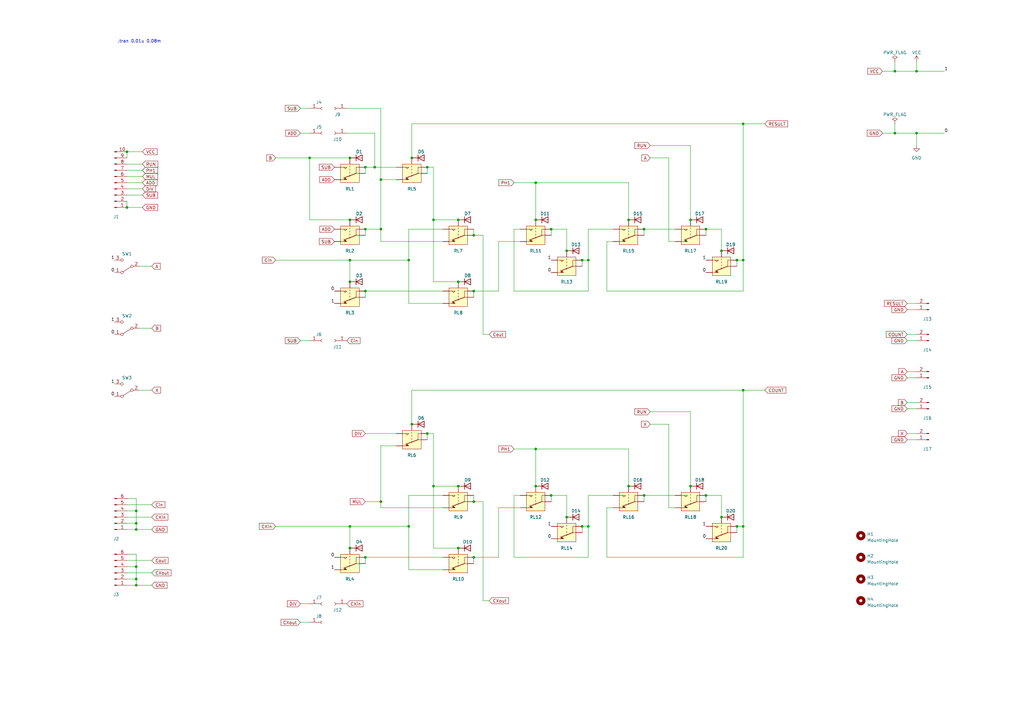
<source format=kicad_sch>
(kicad_sch (version 20230121) (generator eeschema)
  (paper "A3")
  (lib_symbols
    (symbol "Connector:Conn_01x01_Socket" (pin_names (offset 1.016) hide)
      (property "Reference" "J" (at 0 2.54 0))
      (property "Value" "Conn_01x01_Socket" (at 0 -2.54 0))
      (symbol "Conn_01x01_Socket_1_1"
        (pin passive line (at -5.08 0 0) (length 3.81) (name "Pin_1") (number "1"))
      )
    )
    (symbol "Connector:Conn_01x02_Pin" (pin_names (offset 1.016) hide)
      (property "Reference" "J" (at 0 2.54 0))
      (property "Value" "Conn_01x02_Pin" (at 0 -5.08 0))
      (symbol "Conn_01x02_Pin_1_1"
        (pin passive line (at 5.08 0 180) (length 3.81) (name "Pin_1") (number "1"))
        (pin passive line (at 5.08 -2.54 180) (length 3.81) (name "Pin_2") (number "2"))
      )
    )
    (symbol "Connector:Conn_01x06_Pin" (pin_names (offset 1.016) hide)
      (property "Reference" "J" (at 0 7.62 0))
      (property "Value" "Conn_01x06_Pin" (at 0 -10.16 0))
      (symbol "Conn_01x06_Pin_1_1"
        (pin passive line (at 5.08 5.08 180) (length 3.81) (name "Pin_1") (number "1"))
        (pin passive line (at 5.08 2.54 180) (length 3.81) (name "Pin_2") (number "2"))
        (pin passive line (at 5.08 0 180) (length 3.81) (name "Pin_3") (number "3"))
        (pin passive line (at 5.08 -2.54 180) (length 3.81) (name "Pin_4") (number "4"))
        (pin passive line (at 5.08 -5.08 180) (length 3.81) (name "Pin_5") (number "5"))
        (pin passive line (at 5.08 -7.62 180) (length 3.81) (name "Pin_6") (number "6"))
      )
    )
    (symbol "Connector:Conn_01x10_Pin" (pin_names (offset 1.016) hide)
      (property "Reference" "J" (at 0 12.7 0))
      (property "Value" "Conn_01x10_Pin" (at 0 -15.24 0))
      (symbol "Conn_01x10_Pin_1_1"
        (pin passive line (at 5.08 10.16 180) (length 3.81) (name "Pin_1") (number "1"))
        (pin passive line (at 5.08 -12.7 180) (length 3.81) (name "Pin_10") (number "10"))
        (pin passive line (at 5.08 7.62 180) (length 3.81) (name "Pin_2") (number "2"))
        (pin passive line (at 5.08 5.08 180) (length 3.81) (name "Pin_3") (number "3"))
        (pin passive line (at 5.08 2.54 180) (length 3.81) (name "Pin_4") (number "4"))
        (pin passive line (at 5.08 0 180) (length 3.81) (name "Pin_5") (number "5"))
        (pin passive line (at 5.08 -2.54 180) (length 3.81) (name "Pin_6") (number "6"))
        (pin passive line (at 5.08 -5.08 180) (length 3.81) (name "Pin_7") (number "7"))
        (pin passive line (at 5.08 -7.62 180) (length 3.81) (name "Pin_8") (number "8"))
        (pin passive line (at 5.08 -10.16 180) (length 3.81) (name "Pin_9") (number "9"))
      )
    )
    (symbol "Mechanical:MountingHole" (pin_names (offset 1.016))
      (property "Reference" "H" (at 0 5.08 0))
      (property "Value" "MountingHole" (at 0 3.175 0))
    )
    (symbol "MevaLlibreria:1N4007_FLYB" (pin_numbers hide) (pin_names (offset 0.002))
      (property "Reference" "D" (at 0 2.54 0))
      (symbol "1N4007_FLYB_1_1"
        (pin passive line (at -3.81 0 0) (length 2.54) (name "~") (number "1"))
        (pin power_in line (at 1.27 0 0) (length 2.54) hide (name "GND") (number "2"))
      )
    )
    (symbol "MevaLlibreria:G5V-1" (pin_numbers hide)
      (property "Reference" "RL" (at 0 -5.08 0))
      (symbol "G5V-1_1_1"
        (pin input line (at -6.35 -2.54 0) (length 2.54) (name "~") (number "1"))
        (pin input line (at -6.35 2.54 0) (length 2.54) (name "~") (number "10"))
        (pin power_in line (at 2.54 -2.54 270) (length 2.54) hide (name "GND") (number "2"))
        (pin output line (at 6.35 0 180) (length 2.54) (name "~") (number "5"))
        (pin passive line (at 6.35 2.54 180) (length 2.54) (name "~") (number "6"))
        (pin input line (at 0 6.35 270) (length 2.54) (name "~") (number "9"))
      )
    )
    (symbol "MevaLlibreria:SW_SPDT" (pin_names (offset 0) hide)
      (property "Reference" "SW" (at 0 -5.08 0))
      (symbol "SW_SPDT_1_1"
        (pin passive line (at 5.08 2.54 180) (length 2.54) (name "A") (number "1"))
        (pin passive line (at -5.08 0 0) (length 2.54) (name "B") (number "2"))
        (pin passive line (at 5.08 -2.54 180) (length 2.54) (name "C") (number "3"))
      )
    )
    (symbol "power:GND" (power) (pin_names (offset 0))
      (property "Value" "GND" (at 0 -3.81 0))
      (symbol "GND_1_1"
        (pin power_in line (at 0 0 270) (length 0) hide (name "GND") (number "1"))
      )
    )
    (symbol "power:PWR_FLAG" (power) (pin_numbers hide) (pin_names (offset 0) hide)
      (property "Value" "PWR_FLAG" (at 0 3.81 0))
      (symbol "PWR_FLAG_0_0"
        (pin power_out line (at 0 0 90) (length 0) (name "pwr") (number "1"))
      )
    )
    (symbol "power:VCC" (power) (pin_names (offset 0))
      (property "Value" "VCC" (at 0 3.81 0))
      (symbol "VCC_1_1"
        (pin power_in line (at 0 0 90) (length 0) hide (name "VCC") (number "1"))
      )
    )
  )
  (junction (at 149.86 93.98))
  (junction (at 156.21 73.66))
  (junction (at 226.06 93.98))
  (junction (at 149.86 228.6))
  (junction (at 283.21 90.17))
  (junction (at 302.26 215.9))
  (junction (at 187.96 199.39))
  (junction (at 167.64 106.68))
  (junction (at 241.3 215.9))
  (junction (at 194.31 96.52))
  (junction (at 289.56 93.98))
  (junction (at 143.51 64.77))
  (junction (at 187.96 115.57))
  (junction (at 52.07 62.23))
  (junction (at 226.06 203.2))
  (junction (at 55.88 232.41))
  (junction (at 55.88 237.49))
  (junction (at 283.21 199.39))
  (junction (at 168.91 64.77))
  (junction (at 241.3 106.68))
  (junction (at 153.67 68.58))
  (junction (at 55.88 217.17))
  (junction (at 289.56 203.2))
  (junction (at 187.96 90.17))
  (junction (at 149.86 119.38))
  (junction (at 143.51 115.57))
  (junction (at 177.8 199.39))
  (junction (at 143.51 90.17))
  (junction (at 238.76 215.9))
  (junction (at 232.41 212.09))
  (junction (at 149.86 68.58))
  (junction (at 375.92 29.21))
  (junction (at 52.07 85.09))
  (junction (at 367.03 29.21))
  (junction (at 238.76 106.68))
  (junction (at 304.8 215.9))
  (junction (at 194.31 119.38))
  (junction (at 168.91 173.99))
  (junction (at 219.71 184.15))
  (junction (at 55.88 240.03))
  (junction (at 156.21 93.98))
  (junction (at 143.51 224.79))
  (junction (at 127 64.77))
  (junction (at 167.64 215.9))
  (junction (at 156.21 205.74))
  (junction (at 55.88 209.55))
  (junction (at 232.41 102.87))
  (junction (at 295.91 212.09))
  (junction (at 264.16 203.2))
  (junction (at 143.51 215.9))
  (junction (at 264.16 93.98))
  (junction (at 219.71 199.39))
  (junction (at 375.92 54.61))
  (junction (at 175.26 68.58))
  (junction (at 175.26 177.8))
  (junction (at 187.96 224.79))
  (junction (at 367.03 54.61))
  (junction (at 194.31 228.6))
  (junction (at 143.51 106.68))
  (junction (at 55.88 214.63))
  (junction (at 219.71 90.17))
  (junction (at 304.8 160.02))
  (junction (at 257.81 199.39))
  (junction (at 304.8 106.68))
  (junction (at 219.71 74.93))
  (junction (at 194.31 205.74))
  (junction (at 257.81 90.17))
  (junction (at 295.91 102.87))
  (junction (at 304.8 50.8))
  (junction (at 302.26 106.68))
  (junction (at 177.8 90.17))
  (wire (pts (xy 153.67 54.61) (xy 153.67 68.58)))
  (wire (pts (xy 156.21 208.28) (xy 156.21 205.74)))
  (wire (pts (xy 149.86 119.38) (xy 149.86 121.92)))
  (wire (pts (xy 204.47 119.38) (xy 204.47 99.06)))
  (wire (pts (xy 52.07 214.63) (xy 55.88 214.63)))
  (wire (pts (xy 241.3 93.98) (xy 251.46 93.98)))
  (wire (pts (xy 372.11 152.4) (xy 375.92 152.4)))
  (wire (pts (xy 156.21 44.45) (xy 156.21 73.66)))
  (wire (pts (xy 181.61 124.46) (xy 167.64 124.46)))
  (wire (pts (xy 283.21 59.69) (xy 283.21 90.17)))
  (wire (pts (xy 210.82 228.6) (xy 210.82 203.2)))
  (wire (pts (xy 127 64.77) (xy 143.51 64.77)))
  (wire (pts (xy 204.47 99.06) (xy 213.36 99.06)))
  (wire (pts (xy 156.21 182.88) (xy 162.56 182.88)))
  (wire (pts (xy 142.24 44.45) (xy 156.21 44.45)))
  (wire (pts (xy 167.64 203.2) (xy 181.61 203.2)))
  (wire (pts (xy 194.31 119.38) (xy 204.47 119.38)))
  (wire (pts (xy 194.31 228.6) (xy 194.31 231.14)))
  (wire (pts (xy 238.76 215.9) (xy 241.3 215.9)))
  (wire (pts (xy 304.8 228.6) (xy 248.92 228.6)))
  (wire (pts (xy 375.92 54.61) (xy 375.92 59.69)))
  (wire (pts (xy 198.12 246.38) (xy 198.12 205.74)))
  (wire (pts (xy 304.8 50.8) (xy 304.8 106.68)))
  (wire (pts (xy 226.06 93.98) (xy 232.41 93.98)))
  (wire (pts (xy 52.07 207.01) (xy 62.23 207.01)))
  (wire (pts (xy 226.06 203.2) (xy 226.06 205.74)))
  (wire (pts (xy 302.26 215.9) (xy 302.26 218.44)))
  (wire (pts (xy 248.92 119.38) (xy 248.92 99.06)))
  (wire (pts (xy 156.21 205.74) (xy 156.21 182.88)))
  (wire (pts (xy 295.91 93.98) (xy 295.91 102.87)))
  (wire (pts (xy 375.92 29.21) (xy 387.35 29.21)))
  (wire (pts (xy 156.21 99.06) (xy 181.61 99.06)))
  (wire (pts (xy 257.81 74.93) (xy 257.81 90.17)))
  (wire (pts (xy 210.82 93.98) (xy 213.36 93.98)))
  (wire (pts (xy 143.51 215.9) (xy 167.64 215.9)))
  (wire (pts (xy 52.07 209.55) (xy 55.88 209.55)))
  (wire (pts (xy 295.91 93.98) (xy 289.56 93.98)))
  (wire (pts (xy 149.86 68.58) (xy 149.86 71.12)))
  (wire (pts (xy 372.11 177.8) (xy 375.92 177.8)))
  (wire (pts (xy 52.07 240.03) (xy 55.88 240.03)))
  (wire (pts (xy 361.95 54.61) (xy 367.03 54.61)))
  (wire (pts (xy 367.03 50.8) (xy 367.03 54.61)))
  (wire (pts (xy 372.11 139.7) (xy 375.92 139.7)))
  (wire (pts (xy 58.42 80.01) (xy 52.07 80.01)))
  (wire (pts (xy 375.92 54.61) (xy 387.35 54.61)))
  (wire (pts (xy 226.06 93.98) (xy 226.06 96.52)))
  (wire (pts (xy 177.8 177.8) (xy 175.26 177.8)))
  (wire (pts (xy 210.82 184.15) (xy 219.71 184.15)))
  (wire (pts (xy 143.51 106.68) (xy 143.51 115.57)))
  (wire (pts (xy 113.03 106.68) (xy 143.51 106.68)))
  (wire (pts (xy 62.23 134.62) (xy 57.15 134.62)))
  (wire (pts (xy 248.92 99.06) (xy 251.46 99.06)))
  (wire (pts (xy 257.81 184.15) (xy 257.81 199.39)))
  (wire (pts (xy 241.3 106.68) (xy 241.3 119.38)))
  (wire (pts (xy 264.16 93.98) (xy 264.16 96.52)))
  (wire (pts (xy 127 139.7) (xy 123.19 139.7)))
  (wire (pts (xy 52.07 229.87) (xy 62.23 229.87)))
  (wire (pts (xy 264.16 93.98) (xy 276.86 93.98)))
  (wire (pts (xy 181.61 233.68) (xy 167.64 233.68)))
  (wire (pts (xy 156.21 73.66) (xy 156.21 93.98)))
  (wire (pts (xy 177.8 199.39) (xy 187.96 199.39)))
  (wire (pts (xy 177.8 224.79) (xy 187.96 224.79)))
  (wire (pts (xy 304.8 160.02) (xy 313.69 160.02)))
  (wire (pts (xy 52.07 237.49) (xy 55.88 237.49)))
  (wire (pts (xy 367.03 25.4) (xy 367.03 29.21)))
  (wire (pts (xy 149.86 228.6) (xy 181.61 228.6)))
  (wire (pts (xy 168.91 64.77) (xy 168.91 50.8)))
  (wire (pts (xy 248.92 208.28) (xy 251.46 208.28)))
  (wire (pts (xy 372.11 165.1) (xy 375.92 165.1)))
  (wire (pts (xy 238.76 215.9) (xy 238.76 218.44)))
  (wire (pts (xy 168.91 173.99) (xy 168.91 160.02)))
  (wire (pts (xy 55.88 227.33) (xy 55.88 232.41)))
  (wire (pts (xy 304.8 215.9) (xy 304.8 228.6)))
  (wire (pts (xy 58.42 85.09) (xy 52.07 85.09)))
  (wire (pts (xy 52.07 82.55) (xy 52.07 85.09)))
  (wire (pts (xy 52.07 232.41) (xy 55.88 232.41)))
  (wire (pts (xy 241.3 93.98) (xy 241.3 106.68)))
  (wire (pts (xy 194.31 93.98) (xy 194.31 96.52)))
  (wire (pts (xy 219.71 184.15) (xy 219.71 199.39)))
  (wire (pts (xy 167.64 93.98) (xy 181.61 93.98)))
  (wire (pts (xy 127 255.27) (xy 123.19 255.27)))
  (wire (pts (xy 304.8 50.8) (xy 313.69 50.8)))
  (wire (pts (xy 274.32 99.06) (xy 274.32 64.77)))
  (wire (pts (xy 113.03 64.77) (xy 127 64.77)))
  (wire (pts (xy 219.71 74.93) (xy 219.71 90.17)))
  (wire (pts (xy 149.86 119.38) (xy 181.61 119.38)))
  (wire (pts (xy 372.11 124.46) (xy 375.92 124.46)))
  (wire (pts (xy 177.8 68.58) (xy 177.8 90.17)))
  (wire (pts (xy 194.31 121.92) (xy 194.31 119.38)))
  (wire (pts (xy 241.3 203.2) (xy 241.3 215.9)))
  (wire (pts (xy 167.64 233.68) (xy 167.64 215.9)))
  (wire (pts (xy 238.76 106.68) (xy 238.76 109.22)))
  (wire (pts (xy 52.07 217.17) (xy 55.88 217.17)))
  (wire (pts (xy 113.03 215.9) (xy 143.51 215.9)))
  (wire (pts (xy 52.07 204.47) (xy 55.88 204.47)))
  (wire (pts (xy 149.86 93.98) (xy 156.21 93.98)))
  (wire (pts (xy 361.95 29.21) (xy 367.03 29.21)))
  (wire (pts (xy 194.31 228.6) (xy 204.47 228.6)))
  (wire (pts (xy 372.11 180.34) (xy 375.92 180.34)))
  (wire (pts (xy 177.8 90.17) (xy 187.96 90.17)))
  (wire (pts (xy 58.42 74.93) (xy 52.07 74.93)))
  (wire (pts (xy 156.21 208.28) (xy 181.61 208.28)))
  (wire (pts (xy 304.8 160.02) (xy 304.8 215.9)))
  (wire (pts (xy 55.88 204.47) (xy 55.88 209.55)))
  (wire (pts (xy 241.3 119.38) (xy 210.82 119.38)))
  (wire (pts (xy 156.21 73.66) (xy 162.56 73.66)))
  (wire (pts (xy 168.91 50.8) (xy 304.8 50.8)))
  (wire (pts (xy 198.12 246.38) (xy 200.66 246.38)))
  (wire (pts (xy 274.32 208.28) (xy 274.32 173.99)))
  (wire (pts (xy 266.7 173.99) (xy 274.32 173.99)))
  (wire (pts (xy 194.31 205.74) (xy 198.12 205.74)))
  (wire (pts (xy 177.8 90.17) (xy 177.8 115.57)))
  (wire (pts (xy 232.41 203.2) (xy 232.41 212.09)))
  (wire (pts (xy 52.07 227.33) (xy 55.88 227.33)))
  (wire (pts (xy 153.67 68.58) (xy 162.56 68.58)))
  (wire (pts (xy 219.71 74.93) (xy 257.81 74.93)))
  (wire (pts (xy 123.19 44.45) (xy 127 44.45)))
  (wire (pts (xy 264.16 203.2) (xy 276.86 203.2)))
  (wire (pts (xy 204.47 208.28) (xy 213.36 208.28)))
  (wire (pts (xy 58.42 72.39) (xy 52.07 72.39)))
  (wire (pts (xy 266.7 168.91) (xy 283.21 168.91)))
  (wire (pts (xy 58.42 77.47) (xy 52.07 77.47)))
  (wire (pts (xy 232.41 93.98) (xy 232.41 102.87)))
  (wire (pts (xy 52.07 62.23) (xy 52.07 64.77)))
  (wire (pts (xy 143.51 106.68) (xy 167.64 106.68)))
  (wire (pts (xy 295.91 203.2) (xy 295.91 212.09)))
  (wire (pts (xy 123.19 54.61) (xy 127 54.61)))
  (wire (pts (xy 194.31 96.52) (xy 198.12 96.52)))
  (wire (pts (xy 210.82 74.93) (xy 219.71 74.93)))
  (wire (pts (xy 55.88 214.63) (xy 55.88 217.17)))
  (wire (pts (xy 55.88 209.55) (xy 55.88 214.63)))
  (wire (pts (xy 289.56 203.2) (xy 289.56 205.74)))
  (wire (pts (xy 167.64 106.68) (xy 167.64 93.98)))
  (wire (pts (xy 204.47 228.6) (xy 204.47 208.28)))
  (wire (pts (xy 149.86 93.98) (xy 149.86 96.52)))
  (wire (pts (xy 127 90.17) (xy 127 64.77)))
  (wire (pts (xy 241.3 215.9) (xy 241.3 228.6)))
  (wire (pts (xy 372.11 137.16) (xy 375.92 137.16)))
  (wire (pts (xy 295.91 203.2) (xy 289.56 203.2)))
  (wire (pts (xy 266.7 64.77) (xy 274.32 64.77)))
  (wire (pts (xy 367.03 54.61) (xy 375.92 54.61)))
  (wire (pts (xy 266.7 59.69) (xy 283.21 59.69)))
  (wire (pts (xy 52.07 212.09) (xy 62.23 212.09)))
  (wire (pts (xy 375.92 29.21) (xy 375.92 25.4)))
  (wire (pts (xy 52.07 234.95) (xy 62.23 234.95)))
  (wire (pts (xy 276.86 99.06) (xy 274.32 99.06)))
  (wire (pts (xy 55.88 240.03) (xy 62.23 240.03)))
  (wire (pts (xy 177.8 199.39) (xy 177.8 224.79)))
  (wire (pts (xy 304.8 119.38) (xy 248.92 119.38)))
  (wire (pts (xy 62.23 109.22) (xy 57.15 109.22)))
  (wire (pts (xy 241.3 203.2) (xy 251.46 203.2)))
  (wire (pts (xy 142.24 54.61) (xy 153.67 54.61)))
  (wire (pts (xy 149.86 177.8) (xy 162.56 177.8)))
  (wire (pts (xy 198.12 137.16) (xy 198.12 96.52)))
  (wire (pts (xy 55.88 232.41) (xy 55.88 237.49)))
  (wire (pts (xy 304.8 106.68) (xy 304.8 119.38)))
  (wire (pts (xy 372.11 167.64) (xy 375.92 167.64)))
  (wire (pts (xy 289.56 93.98) (xy 289.56 96.52)))
  (wire (pts (xy 372.11 127) (xy 375.92 127)))
  (wire (pts (xy 58.42 67.31) (xy 52.07 67.31)))
  (wire (pts (xy 210.82 119.38) (xy 210.82 93.98)))
  (wire (pts (xy 302.26 106.68) (xy 302.26 109.22)))
  (wire (pts (xy 264.16 203.2) (xy 264.16 205.74)))
  (wire (pts (xy 167.64 124.46) (xy 167.64 106.68)))
  (wire (pts (xy 241.3 228.6) (xy 210.82 228.6)))
  (wire (pts (xy 283.21 168.91) (xy 283.21 199.39)))
  (wire (pts (xy 149.86 68.58) (xy 153.67 68.58)))
  (wire (pts (xy 55.88 217.17) (xy 62.23 217.17)))
  (wire (pts (xy 149.86 231.14) (xy 149.86 228.6)))
  (wire (pts (xy 143.51 215.9) (xy 143.51 224.79)))
  (wire (pts (xy 302.26 106.68) (xy 304.8 106.68)))
  (wire (pts (xy 58.42 69.85) (xy 52.07 69.85)))
  (wire (pts (xy 127 247.65) (xy 123.19 247.65)))
  (wire (pts (xy 238.76 106.68) (xy 241.3 106.68)))
  (wire (pts (xy 276.86 208.28) (xy 274.32 208.28)))
  (wire (pts (xy 248.92 228.6) (xy 248.92 208.28)))
  (wire (pts (xy 302.26 215.9) (xy 304.8 215.9)))
  (wire (pts (xy 149.86 205.74) (xy 156.21 205.74)))
  (wire (pts (xy 226.06 203.2) (xy 232.41 203.2)))
  (wire (pts (xy 167.64 215.9) (xy 167.64 203.2)))
  (wire (pts (xy 175.26 68.58) (xy 175.26 71.12)))
  (wire (pts (xy 62.23 160.02) (xy 57.15 160.02)))
  (wire (pts (xy 52.07 62.23) (xy 58.42 62.23)))
  (wire (pts (xy 372.11 154.94) (xy 375.92 154.94)))
  (wire (pts (xy 177.8 115.57) (xy 187.96 115.57)))
  (wire (pts (xy 55.88 237.49) (xy 55.88 240.03)))
  (wire (pts (xy 156.21 93.98) (xy 156.21 99.06)))
  (wire (pts (xy 367.03 29.21) (xy 375.92 29.21)))
  (wire (pts (xy 219.71 184.15) (xy 257.81 184.15)))
  (wire (pts (xy 210.82 203.2) (xy 213.36 203.2)))
  (wire (pts (xy 175.26 177.8) (xy 175.26 180.34)))
  (wire (pts (xy 175.26 68.58) (xy 177.8 68.58)))
  (wire (pts (xy 194.31 203.2) (xy 194.31 205.74)))
  (wire (pts (xy 168.91 160.02) (xy 304.8 160.02)))
  (wire (pts (xy 143.51 90.17) (xy 127 90.17)))
  (wire (pts (xy 198.12 137.16) (xy 200.66 137.16)))
  (wire (pts (xy 177.8 177.8) (xy 177.8 199.39)))
  (text ".tran 0.01u 0.08m" (at 48.26 17.78 0) (effects (font (size 1.27 1.27)) (justify left bottom)))
  (label "1" (at 46.99 157.48 180))
  (label "0" (at 46.99 111.76 180))
  (label "1" (at 289.56 215.9 180))
  (label "1" (at 226.06 106.68 180))
  (label "0" (at 46.99 162.56 180))
  (label "1" (at 387.35 29.21 0))
  (label "0" (at 137.16 119.38 180))
  (label "0" (at 46.99 137.16 180))
  (label "0" (at 289.56 220.98 180))
  (label "0" (at 289.56 111.76 180))
  (label "1" (at 46.99 132.08 180))
  (label "1" (at 137.16 124.46 180))
  (label "0" (at 137.16 228.6 180))
  (label "1" (at 137.16 233.68 180))
  (label "0" (at 226.06 220.98 180))
  (label "1" (at 289.56 106.68 180))
  (label "1" (at 46.99 106.68 180))
  (label "0" (at 387.35 54.61 0))
  (label "0" (at 226.06 111.76 180))
  (label "1" (at 226.06 215.9 180))
  (global_label "CXin" (shape input) (at 142.24 247.65 0) (property "Intersheetrefs" "${INTERSHEET_REFS}" (effects hide)))
  (global_label "RUN" (shape input) (at 266.7 59.69 180) (property "Intersheetrefs" "${INTERSHEET_REFS}" (effects hide)))
  (global_label "B" (shape input) (at 113.03 64.77 180) (property "Intersheetrefs" "${INTERSHEET_REFS}" (effects hide)))
  (global_label "RUN" (shape input) (at 266.7 168.91 180) (property "Intersheetrefs" "${INTERSHEET_REFS}" (effects hide)))
  (global_label "ADD" (shape input) (at 123.19 54.61 180) (property "Intersheetrefs" "${INTERSHEET_REFS}" (effects hide)))
  (global_label "B" (shape input) (at 372.11 165.1 180) (property "Intersheetrefs" "${INTERSHEET_REFS}" (effects hide)))
  (global_label "Cin" (shape input) (at 113.03 106.68 180) (property "Intersheetrefs" "${INTERSHEET_REFS}" (effects hide)))
  (global_label "CXout" (shape input) (at 123.19 255.27 180) (property "Intersheetrefs" "${INTERSHEET_REFS}" (effects hide)))
  (global_label "Cout" (shape input) (at 62.23 229.87 0) (property "Intersheetrefs" "${INTERSHEET_REFS}" (effects hide)))
  (global_label "VCC" (shape input) (at 361.95 29.21 180) (property "Intersheetrefs" "${INTERSHEET_REFS}" (effects hide)))
  (global_label "Cin" (shape input) (at 142.24 139.7 0) (property "Intersheetrefs" "${INTERSHEET_REFS}" (effects hide)))
  (global_label "GND" (shape input) (at 372.11 180.34 180) (property "Intersheetrefs" "${INTERSHEET_REFS}" (effects hide)))
  (global_label "GND" (shape input) (at 372.11 154.94 180) (property "Intersheetrefs" "${INTERSHEET_REFS}" (effects hide)))
  (global_label "DIV" (shape input) (at 149.86 177.8 180) (property "Intersheetrefs" "${INTERSHEET_REFS}" (effects hide)))
  (global_label "RESULT" (shape input) (at 372.11 124.46 180) (property "Intersheetrefs" "${INTERSHEET_REFS}" (effects hide)))
  (global_label "CXout" (shape input) (at 62.23 234.95 0) (property "Intersheetrefs" "${INTERSHEET_REFS}" (effects hide)))
  (global_label "GND" (shape input) (at 372.11 167.64 180) (property "Intersheetrefs" "${INTERSHEET_REFS}" (effects hide)))
  (global_label "MUL" (shape input) (at 149.86 205.74 180) (property "Intersheetrefs" "${INTERSHEET_REFS}" (effects hide)))
  (global_label "A" (shape input) (at 372.11 152.4 180) (property "Intersheetrefs" "${INTERSHEET_REFS}" (effects hide)))
  (global_label "GND" (shape input) (at 372.11 127 180) (property "Intersheetrefs" "${INTERSHEET_REFS}" (effects hide)))
  (global_label "PH1" (shape input) (at 210.82 74.93 180) (property "Intersheetrefs" "${INTERSHEET_REFS}" (effects hide)))
  (global_label "MUL" (shape input) (at 58.42 72.39 0) (property "Intersheetrefs" "${INTERSHEET_REFS}" (effects hide)))
  (global_label "GND" (shape input) (at 62.23 240.03 0) (property "Intersheetrefs" "${INTERSHEET_REFS}" (effects hide)))
  (global_label "SUB" (shape input) (at 137.16 68.58 180) (property "Intersheetrefs" "${INTERSHEET_REFS}" (effects hide)))
  (global_label "RESULT" (shape input) (at 313.69 50.8 0) (property "Intersheetrefs" "${INTERSHEET_REFS}" (effects hide)))
  (global_label "X" (shape input) (at 266.7 173.99 180) (property "Intersheetrefs" "${INTERSHEET_REFS}" (effects hide)))
  (global_label "PH1" (shape input) (at 210.82 184.15 180) (property "Intersheetrefs" "${INTERSHEET_REFS}" (effects hide)))
  (global_label "COUNT" (shape input) (at 372.11 137.16 180) (property "Intersheetrefs" "${INTERSHEET_REFS}" (effects hide)))
  (global_label "Cout" (shape input) (at 200.66 137.16 0) (property "Intersheetrefs" "${INTERSHEET_REFS}" (effects hide)))
  (global_label "ADD" (shape input) (at 137.16 73.66 180) (property "Intersheetrefs" "${INTERSHEET_REFS}" (effects hide)))
  (global_label "X" (shape input) (at 372.11 177.8 180) (property "Intersheetrefs" "${INTERSHEET_REFS}" (effects hide)))
  (global_label "Cin" (shape input) (at 62.23 207.01 0) (property "Intersheetrefs" "${INTERSHEET_REFS}" (effects hide)))
  (global_label "A" (shape input) (at 266.7 64.77 180) (property "Intersheetrefs" "${INTERSHEET_REFS}" (effects hide)))
  (global_label "GND" (shape input) (at 62.23 217.17 0) (property "Intersheetrefs" "${INTERSHEET_REFS}" (effects hide)))
  (global_label "CXin" (shape input) (at 113.03 215.9 180) (property "Intersheetrefs" "${INTERSHEET_REFS}" (effects hide)))
  (global_label "A" (shape input) (at 62.23 109.22 0) (property "Intersheetrefs" "${INTERSHEET_REFS}" (effects hide)))
  (global_label "B" (shape input) (at 62.23 134.62 0) (property "Intersheetrefs" "${INTERSHEET_REFS}" (effects hide)))
  (global_label "SUB" (shape input) (at 58.42 80.01 0) (property "Intersheetrefs" "${INTERSHEET_REFS}" (effects hide)))
  (global_label "GND" (shape input) (at 372.11 139.7 180) (property "Intersheetrefs" "${INTERSHEET_REFS}" (effects hide)))
  (global_label "SUB" (shape input) (at 137.16 99.06 180) (property "Intersheetrefs" "${INTERSHEET_REFS}" (effects hide)))
  (global_label "SUB" (shape input) (at 123.19 44.45 180) (property "Intersheetrefs" "${INTERSHEET_REFS}" (effects hide)))
  (global_label "VCC" (shape input) (at 58.42 62.23 0) (property "Intersheetrefs" "${INTERSHEET_REFS}" (effects hide)))
  (global_label "CXin" (shape input) (at 62.23 212.09 0) (property "Intersheetrefs" "${INTERSHEET_REFS}" (effects hide)))
  (global_label "ADD" (shape input) (at 137.16 93.98 180) (property "Intersheetrefs" "${INTERSHEET_REFS}" (effects hide)))
  (global_label "RUN" (shape input) (at 58.42 67.31 0) (property "Intersheetrefs" "${INTERSHEET_REFS}" (effects hide)))
  (global_label "DIV" (shape input) (at 123.19 247.65 180) (property "Intersheetrefs" "${INTERSHEET_REFS}" (effects hide)))
  (global_label "GND" (shape input) (at 361.95 54.61 180) (property "Intersheetrefs" "${INTERSHEET_REFS}" (effects hide)))
  (global_label "COUNT" (shape input) (at 313.69 160.02 0) (property "Intersheetrefs" "${INTERSHEET_REFS}" (effects hide)))
  (global_label "GND" (shape input) (at 58.42 85.09 0) (property "Intersheetrefs" "${INTERSHEET_REFS}" (effects hide)))
  (global_label "ADD" (shape input) (at 58.42 74.93 0) (property "Intersheetrefs" "${INTERSHEET_REFS}" (effects hide)))
  (global_label "X" (shape input) (at 62.23 160.02 0) (property "Intersheetrefs" "${INTERSHEET_REFS}" (effects hide)))
  (global_label "SUB" (shape input) (at 123.19 139.7 180) (property "Intersheetrefs" "${INTERSHEET_REFS}" (effects hide)))
  (global_label "DIV" (shape input) (at 58.42 77.47 0) (property "Intersheetrefs" "${INTERSHEET_REFS}" (effects hide)))
  (global_label "CXout" (shape input) (at 200.66 246.38 0) (property "Intersheetrefs" "${INTERSHEET_REFS}" (effects hide)))
  (global_label "PH1" (shape input) (at 58.42 69.85 0) (property "Intersheetrefs" "${INTERSHEET_REFS}" (effects hide)))
  (symbol (lib_id "Mechanical:MountingHole") (at 353.06 228.6 0) (unit 1)
    (property "Reference" "H2" (at 355.6 227.965 0) (effects (justify left)))
    (property "Value" "MountingHole" (at 355.6 230.505 0) (effects (justify left)))
    (property "Footprint" "MountingHole:MountingHole_3.2mm_M3_DIN965_Pad" (effects hide))
  )
  (symbol (lib_id "Mechanical:MountingHole") (at 353.06 237.49 0) (unit 1)
    (property "Reference" "H3" (at 355.6 236.855 0) (effects (justify left)))
    (property "Value" "MountingHole" (at 355.6 239.395 0) (effects (justify left)))
    (property "Footprint" "MountingHole:MountingHole_3.2mm_M3_DIN965_Pad" (effects hide))
  )
  (symbol (lib_id "Connector:Conn_01x01_Socket") (at 132.08 44.45 0) (unit 1)
    (property "Reference" "J4" (at 130.81 41.91 0))
    (property "Value" "Conn_01x01_Socket" (effects hide))
    (property "Footprint" "Connector_Pin:Pin_D0.7mm_L6.5mm_W1.8mm_FlatFork" (effects hide))
  )
  (symbol (lib_id "MevaLlibreria:SW_SPDT") (at 52.07 109.22 180) (unit 1)
    (property "Reference" "SW1" (at 52.07 104.14 0))
    (property "Value" "SW_SPDT" (effects hide))
    (property "Footprint" "MevaLlibreriaFootprint:SW_Toggle_SPDT_Horizontal" (effects hide))
  )
  (symbol (lib_id "Connector:Conn_01x01_Socket") (at 137.16 139.7 180) (unit 1)
    (property "Reference" "J11" (at 138.43 142.24 0))
    (property "Value" "Conn_01x01_Socket" (effects hide))
    (property "Footprint" "Connector_Pin:Pin_D0.7mm_L6.5mm_W1.8mm_FlatFork" (effects hide))
  )
  (symbol (lib_id "Connector:Conn_01x02_Pin") (at 381 154.94 180) (unit 1)
    (property "Reference" "J15" (at 380.365 158.75 0))
    (property "Value" "Conn_01x02_Pin" (effects hide))
    (property "Footprint" "Connector_JST:JST_XH_S2B-XH-A_1x02_P2.50mm_Horizontal" (effects hide))
  )
  (symbol (lib_id "MevaLlibreria:G5V-1") (at 219.71 96.52 0) (unit 1)
    (property "Reference" "RL11" (at 219.71 102.87 0))
    (property "Value" "G5V-1" (effects hide))
    (property "Footprint" "MevaLlibreriaFootprint:Relay_SPDT_Omron_G5V-1_girat" (effects hide))
    (property "Sim.Name" "74LVC1G3157" (effects hide))
    (property "Sim.Library" "../SpiceModelsGlobal/AnalogSPDT.txt" (effects hide))
    (property "Sim.Device" "SUBCKT" (effects hide))
    (property "Sim.Pins" "1=1 3=3 4=4 5=5 6=6" (effects hide))
  )
  (symbol (lib_id "MevaLlibreria:1N4007_FLYB") (at 172.72 173.99 0) (unit 1)
    (property "Reference" "D6" (at 172.72 171.45 0))
    (property "Value" "1N4007_FLYB" (effects hide))
    (property "Footprint" "Diode_THT:D_A-405_P2.54mm_Vertical_KathodeUp" (effects hide))
    (property "Datasheet" "http://www.vishay.com/docs/88503/1n4001.pdf" (effects hide))
    (property "Sim.Device" "D" (effects hide))
    (property "Sim.Pins" "1=K 2=A" (effects hide))
  )
  (symbol (lib_id "MevaLlibreria:1N4007_FLYB") (at 191.77 90.17 0) (unit 1)
    (property "Reference" "D7" (at 191.77 87.63 0))
    (property "Value" "1N4007_FLYB" (effects hide))
    (property "Footprint" "Diode_THT:D_A-405_P2.54mm_Vertical_KathodeUp" (effects hide))
    (property "Datasheet" "http://www.vishay.com/docs/88503/1n4001.pdf" (effects hide))
    (property "Sim.Device" "D" (effects hide))
    (property "Sim.Pins" "1=K 2=A" (effects hide))
  )
  (symbol (lib_id "MevaLlibreria:G5V-1") (at 295.91 109.22 0) (unit 1)
    (property "Reference" "RL19" (at 295.91 115.57 0))
    (property "Value" "G5V-1" (effects hide))
    (property "Footprint" "MevaLlibreriaFootprint:Relay_SPDT_Omron_G5V-1_girat" (effects hide))
    (property "Sim.Name" "74LVC1G3157" (effects hide))
    (property "Sim.Library" "../SpiceModelsGlobal/AnalogSPDT.txt" (effects hide))
    (property "Sim.Device" "SUBCKT" (effects hide))
    (property "Sim.Pins" "1=1 3=3 4=4 5=5 6=6" (effects hide))
  )
  (symbol (lib_id "Connector:Conn_01x06_Pin") (at 46.99 212.09 0) (mirror x) (unit 1)
    (property "Reference" "J2" (at 47.625 220.98 0))
    (property "Value" "Conn_01x06_Pin" (effects hide))
    (property "Footprint" "Connector_IDC:IDC-Header_2x03_P2.54mm_Horizontal" (effects hide))
  )
  (symbol (lib_id "MevaLlibreria:G5V-1") (at 295.91 218.44 0) (unit 1)
    (property "Reference" "RL20" (at 295.91 224.79 0))
    (property "Value" "G5V-1" (effects hide))
    (property "Footprint" "MevaLlibreriaFootprint:Relay_SPDT_Omron_G5V-1_girat" (effects hide))
    (property "Sim.Name" "74LVC1G3157" (effects hide))
    (property "Sim.Library" "../SpiceModelsGlobal/AnalogSPDT.txt" (effects hide))
    (property "Sim.Device" "SUBCKT" (effects hide))
    (property "Sim.Pins" "1=1 3=3 4=4 5=5 6=6" (effects hide))
  )
  (symbol (lib_id "MevaLlibreria:G5V-1") (at 232.41 218.44 0) (unit 1)
    (property "Reference" "RL14" (at 232.41 224.79 0))
    (property "Value" "G5V-1" (effects hide))
    (property "Footprint" "MevaLlibreriaFootprint:Relay_SPDT_Omron_G5V-1_girat" (effects hide))
    (property "Sim.Name" "74LVC1G3157" (effects hide))
    (property "Sim.Library" "../SpiceModelsGlobal/AnalogSPDT.txt" (effects hide))
    (property "Sim.Device" "SUBCKT" (effects hide))
    (property "Sim.Pins" "1=1 3=3 4=4 5=5 6=6" (effects hide))
  )
  (symbol (lib_id "MevaLlibreria:G5V-1") (at 257.81 205.74 0) (unit 1)
    (property "Reference" "RL16" (at 257.81 212.09 0))
    (property "Value" "G5V-1" (effects hide))
    (property "Footprint" "MevaLlibreriaFootprint:Relay_SPDT_Omron_G5V-1_girat" (effects hide))
    (property "Sim.Name" "74LVC1G3157" (effects hide))
    (property "Sim.Library" "../SpiceModelsGlobal/AnalogSPDT.txt" (effects hide))
    (property "Sim.Device" "SUBCKT" (effects hide))
    (property "Sim.Pins" "1=1 3=3 4=4 5=5 6=6" (effects hide))
  )
  (symbol (lib_id "Connector:Conn_01x01_Socket") (at 137.16 44.45 180) (unit 1)
    (property "Reference" "J9" (at 138.43 46.99 0))
    (property "Value" "Conn_01x01_Socket" (effects hide))
    (property "Footprint" "Connector_Pin:Pin_D0.7mm_L6.5mm_W1.8mm_FlatFork" (effects hide))
  )
  (symbol (lib_id "MevaLlibreria:1N4007_FLYB") (at 191.77 115.57 0) (unit 1)
    (property "Reference" "D8" (at 191.77 113.03 0))
    (property "Value" "1N4007_FLYB" (effects hide))
    (property "Footprint" "Diode_THT:D_A-405_P2.54mm_Vertical_KathodeUp" (effects hide))
    (property "Datasheet" "http://www.vishay.com/docs/88503/1n4001.pdf" (effects hide))
    (property "Sim.Device" "D" (effects hide))
    (property "Sim.Pins" "1=K 2=A" (effects hide))
  )
  (symbol (lib_id "MevaLlibreria:1N4007_FLYB") (at 191.77 224.79 0) (unit 1)
    (property "Reference" "D10" (at 191.77 222.25 0))
    (property "Value" "1N4007_FLYB" (effects hide))
    (property "Footprint" "Diode_THT:D_A-405_P2.54mm_Vertical_KathodeUp" (effects hide))
    (property "Datasheet" "http://www.vishay.com/docs/88503/1n4001.pdf" (effects hide))
    (property "Sim.Device" "D" (effects hide))
    (property "Sim.Pins" "1=K 2=A" (effects hide))
  )
  (symbol (lib_id "MevaLlibreria:1N4007_FLYB") (at 287.02 90.17 0) (unit 1)
    (property "Reference" "D17" (at 287.02 87.63 0))
    (property "Value" "1N4007_FLYB" (effects hide))
    (property "Footprint" "Diode_THT:D_A-405_P2.54mm_Vertical_KathodeUp" (effects hide))
    (property "Datasheet" "http://www.vishay.com/docs/88503/1n4001.pdf" (effects hide))
    (property "Sim.Device" "D" (effects hide))
    (property "Sim.Pins" "1=K 2=A" (effects hide))
  )
  (symbol (lib_id "MevaLlibreria:G5V-1") (at 219.71 205.74 0) (unit 1)
    (property "Reference" "RL12" (at 219.71 212.09 0))
    (property "Value" "G5V-1" (effects hide))
    (property "Footprint" "MevaLlibreriaFootprint:Relay_SPDT_Omron_G5V-1_girat" (effects hide))
    (property "Sim.Name" "74LVC1G3157" (effects hide))
    (property "Sim.Library" "../SpiceModelsGlobal/AnalogSPDT.txt" (effects hide))
    (property "Sim.Device" "SUBCKT" (effects hide))
    (property "Sim.Pins" "1=1 3=3 4=4 5=5 6=6" (effects hide))
  )
  (symbol (lib_id "MevaLlibreria:G5V-1") (at 283.21 205.74 0) (unit 1)
    (property "Reference" "RL18" (at 283.21 212.09 0))
    (property "Value" "G5V-1" (effects hide))
    (property "Footprint" "MevaLlibreriaFootprint:Relay_SPDT_Omron_G5V-1_girat" (effects hide))
    (property "Sim.Name" "74LVC1G3157" (effects hide))
    (property "Sim.Library" "../SpiceModelsGlobal/AnalogSPDT.txt" (effects hide))
    (property "Sim.Device" "SUBCKT" (effects hide))
    (property "Sim.Pins" "1=1 3=3 4=4 5=5 6=6" (effects hide))
  )
  (symbol (lib_id "MevaLlibreria:G5V-1") (at 168.91 180.34 0) (unit 1)
    (property "Reference" "RL6" (at 168.91 186.69 0))
    (property "Value" "G5V-1" (effects hide))
    (property "Footprint" "MevaLlibreriaFootprint:Relay_SPDT_Omron_G5V-1_girat" (effects hide))
    (property "Sim.Name" "74LVC1G3157" (effects hide))
    (property "Sim.Library" "../SpiceModelsGlobal/AnalogSPDT.txt" (effects hide))
    (property "Sim.Device" "SUBCKT" (effects hide))
    (property "Sim.Pins" "1=1 3=3 4=4 5=5 6=6" (effects hide))
  )
  (symbol (lib_id "Connector:Conn_01x01_Socket") (at 132.08 247.65 0) (unit 1)
    (property "Reference" "J7" (at 130.81 245.11 0))
    (property "Value" "Conn_01x01_Socket" (effects hide))
    (property "Footprint" "Connector_Pin:Pin_D0.7mm_L6.5mm_W1.8mm_FlatFork" (effects hide))
  )
  (symbol (lib_id "MevaLlibreria:G5V-1") (at 168.91 71.12 0) (unit 1)
    (property "Reference" "RL5" (at 168.91 77.47 0))
    (property "Value" "G5V-1" (effects hide))
    (property "Footprint" "MevaLlibreriaFootprint:Relay_SPDT_Omron_G5V-1_girat" (effects hide))
    (property "Sim.Name" "74LVC1G3157" (effects hide))
    (property "Sim.Library" "../SpiceModelsGlobal/AnalogSPDT.txt" (effects hide))
    (property "Sim.Device" "SUBCKT" (effects hide))
    (property "Sim.Pins" "1=1 3=3 4=4 5=5 6=6" (effects hide))
  )
  (symbol (lib_id "MevaLlibreria:G5V-1") (at 187.96 205.74 0) (unit 1)
    (property "Reference" "RL9" (at 187.96 212.09 0))
    (property "Value" "G5V-1" (effects hide))
    (property "Footprint" "MevaLlibreriaFootprint:Relay_SPDT_Omron_G5V-1_girat" (effects hide))
    (property "Sim.Name" "74LVC1G3157" (effects hide))
    (property "Sim.Library" "../SpiceModelsGlobal/AnalogSPDT.txt" (effects hide))
    (property "Sim.Device" "SUBCKT" (effects hide))
    (property "Sim.Pins" "1=1 3=3 4=4 5=5 6=6" (effects hide))
  )
  (symbol (lib_id "MevaLlibreria:1N4007_FLYB") (at 287.02 199.39 0) (unit 1)
    (property "Reference" "D18" (at 287.02 196.85 0))
    (property "Value" "1N4007_FLYB" (effects hide))
    (property "Footprint" "Diode_THT:D_A-405_P2.54mm_Vertical_KathodeUp" (effects hide))
    (property "Datasheet" "http://www.vishay.com/docs/88503/1n4001.pdf" (effects hide))
    (property "Sim.Device" "D" (effects hide))
    (property "Sim.Pins" "1=K 2=A" (effects hide))
  )
  (symbol (lib_id "MevaLlibreria:1N4007_FLYB") (at 299.72 212.09 0) (unit 1)
    (property "Reference" "D20" (at 299.72 209.55 0))
    (property "Value" "1N4007_FLYB" (effects hide))
    (property "Footprint" "Diode_THT:D_A-405_P2.54mm_Vertical_KathodeUp" (effects hide))
    (property "Datasheet" "http://www.vishay.com/docs/88503/1n4001.pdf" (effects hide))
    (property "Sim.Device" "D" (effects hide))
    (property "Sim.Pins" "1=K 2=A" (effects hide))
  )
  (symbol (lib_id "Connector:Conn_01x01_Socket") (at 132.08 54.61 0) (unit 1)
    (property "Reference" "J5" (at 130.81 52.07 0))
    (property "Value" "Conn_01x01_Socket" (effects hide))
    (property "Footprint" "Connector_Pin:Pin_D0.7mm_L6.5mm_W1.8mm_FlatFork" (effects hide))
  )
  (symbol (lib_id "MevaLlibreria:1N4007_FLYB") (at 147.32 115.57 0) (unit 1)
    (property "Reference" "D3" (at 147.32 113.03 0))
    (property "Value" "1N4007_FLYB" (effects hide))
    (property "Footprint" "Diode_THT:D_A-405_P2.54mm_Vertical_KathodeUp" (effects hide))
    (property "Datasheet" "http://www.vishay.com/docs/88503/1n4001.pdf" (effects hide))
    (property "Sim.Device" "D" (effects hide))
    (property "Sim.Pins" "1=K 2=A" (effects hide))
  )
  (symbol (lib_id "MevaLlibreria:G5V-1") (at 187.96 121.92 0) (unit 1)
    (property "Reference" "RL8" (at 187.96 128.27 0))
    (property "Value" "G5V-1" (effects hide))
    (property "Footprint" "MevaLlibreriaFootprint:Relay_SPDT_Omron_G5V-1_girat" (effects hide))
    (property "Sim.Name" "74LVC1G3157" (effects hide))
    (property "Sim.Library" "../SpiceModelsGlobal/AnalogSPDT.txt" (effects hide))
    (property "Sim.Device" "SUBCKT" (effects hide))
    (property "Sim.Pins" "1=1 3=3 4=4 5=5 6=6" (effects hide))
  )
  (symbol (lib_id "Connector:Conn_01x01_Socket") (at 132.08 255.27 0) (unit 1)
    (property "Reference" "J8" (at 130.81 252.73 0))
    (property "Value" "Conn_01x01_Socket" (effects hide))
    (property "Footprint" "Connector_Pin:Pin_D0.7mm_L6.5mm_W1.8mm_FlatFork" (effects hide))
  )
  (symbol (lib_id "MevaLlibreria:1N4007_FLYB") (at 147.32 64.77 0) (unit 1)
    (property "Reference" "D1" (at 147.32 62.23 0))
    (property "Value" "1N4007_FLYB" (effects hide))
    (property "Footprint" "Diode_THT:D_A-405_P2.54mm_Vertical_KathodeUp" (effects hide))
    (property "Datasheet" "http://www.vishay.com/docs/88503/1n4001.pdf" (effects hide))
    (property "Sim.Device" "D" (effects hide))
    (property "Sim.Pins" "1=K 2=A" (effects hide))
  )
  (symbol (lib_id "Connector:Conn_01x02_Pin") (at 381 127 180) (unit 1)
    (property "Reference" "J13" (at 380.365 130.81 0))
    (property "Value" "Conn_01x02_Pin" (effects hide))
    (property "Footprint" "Connector_JST:JST_XH_S2B-XH-A_1x02_P2.50mm_Horizontal" (effects hide))
  )
  (symbol (lib_id "MevaLlibreria:G5V-1") (at 187.96 96.52 0) (unit 1)
    (property "Reference" "RL7" (at 187.96 102.87 0))
    (property "Value" "G5V-1" (effects hide))
    (property "Footprint" "MevaLlibreriaFootprint:Relay_SPDT_Omron_G5V-1_girat" (effects hide))
    (property "Sim.Name" "74LVC1G3157" (effects hide))
    (property "Sim.Library" "../SpiceModelsGlobal/AnalogSPDT.txt" (effects hide))
    (property "Sim.Device" "SUBCKT" (effects hide))
    (property "Sim.Pins" "1=1 3=3 4=4 5=5 6=6" (effects hide))
  )
  (symbol (lib_id "MevaLlibreria:1N4007_FLYB") (at 261.62 90.17 0) (unit 1)
    (property "Reference" "D15" (at 261.62 87.63 0))
    (property "Value" "1N4007_FLYB" (effects hide))
    (property "Footprint" "Diode_THT:D_A-405_P2.54mm_Vertical_KathodeUp" (effects hide))
    (property "Datasheet" "http://www.vishay.com/docs/88503/1n4001.pdf" (effects hide))
    (property "Sim.Device" "D" (effects hide))
    (property "Sim.Pins" "1=K 2=A" (effects hide))
  )
  (symbol (lib_id "MevaLlibreria:SW_SPDT") (at 52.07 160.02 180) (unit 1)
    (property "Reference" "SW3" (at 52.07 154.94 0))
    (property "Value" "SW_SPDT" (effects hide))
    (property "Footprint" "MevaLlibreriaFootprint:SW_Toggle_SPDT_Horizontal" (effects hide))
  )
  (symbol (lib_id "power:VCC") (at 375.92 25.4 0) (unit 1)
    (property "Reference" "#PWR01" (effects hide))
    (property "Value" "VCC" (at 375.92 21.59 0))
  )
  (symbol (lib_id "MevaLlibreria:SW_SPDT") (at 52.07 134.62 180) (unit 1)
    (property "Reference" "SW2" (at 52.07 129.54 0))
    (property "Value" "SW_SPDT" (effects hide))
    (property "Footprint" "MevaLlibreriaFootprint:SW_Toggle_SPDT_Horizontal" (effects hide))
  )
  (symbol (lib_id "MevaLlibreria:G5V-1") (at 283.21 96.52 0) (unit 1)
    (property "Reference" "RL17" (at 283.21 102.87 0))
    (property "Value" "G5V-1" (effects hide))
    (property "Footprint" "MevaLlibreriaFootprint:Relay_SPDT_Omron_G5V-1_girat" (effects hide))
    (property "Sim.Name" "74LVC1G3157" (effects hide))
    (property "Sim.Library" "../SpiceModelsGlobal/AnalogSPDT.txt" (effects hide))
    (property "Sim.Device" "SUBCKT" (effects hide))
    (property "Sim.Pins" "1=1 3=3 4=4 5=5 6=6" (effects hide))
  )
  (symbol (lib_id "MevaLlibreria:G5V-1") (at 143.51 121.92 0) (unit 1)
    (property "Reference" "RL3" (at 143.51 128.27 0))
    (property "Value" "G5V-1" (effects hide))
    (property "Footprint" "MevaLlibreriaFootprint:Relay_SPDT_Omron_G5V-1_girat" (effects hide))
    (property "Sim.Name" "74LVC1G3157" (effects hide))
    (property "Sim.Library" "../SpiceModelsGlobal/AnalogSPDT.txt" (effects hide))
    (property "Sim.Device" "SUBCKT" (effects hide))
    (property "Sim.Pins" "1=1 3=3 4=4 5=5 6=6" (effects hide))
  )
  (symbol (lib_id "MevaLlibreria:G5V-1") (at 187.96 231.14 0) (unit 1)
    (property "Reference" "RL10" (at 187.96 237.49 0))
    (property "Value" "G5V-1" (effects hide))
    (property "Footprint" "MevaLlibreriaFootprint:Relay_SPDT_Omron_G5V-1_girat" (effects hide))
    (property "Sim.Name" "74LVC1G3157" (effects hide))
    (property "Sim.Library" "../SpiceModelsGlobal/AnalogSPDT.txt" (effects hide))
    (property "Sim.Device" "SUBCKT" (effects hide))
    (property "Sim.Pins" "1=1 3=3 4=4 5=5 6=6" (effects hide))
  )
  (symbol (lib_id "MevaLlibreria:1N4007_FLYB") (at 223.52 90.17 0) (unit 1)
    (property "Reference" "D11" (at 223.52 87.63 0))
    (property "Value" "1N4007_FLYB" (effects hide))
    (property "Footprint" "Diode_THT:D_A-405_P2.54mm_Vertical_KathodeUp" (effects hide))
    (property "Datasheet" "http://www.vishay.com/docs/88503/1n4001.pdf" (effects hide))
    (property "Sim.Device" "D" (effects hide))
    (property "Sim.Pins" "1=K 2=A" (effects hide))
  )
  (symbol (lib_id "Connector:Conn_01x10_Pin") (at 46.99 74.93 0) (mirror x) (unit 1)
    (property "Reference" "J1" (at 47.625 88.9 0))
    (property "Value" "Conn_01x10_Pin" (effects hide))
    (property "Footprint" "Connector_IDC:IDC-Header_2x05_P2.54mm_Horizontal" (effects hide))
  )
  (symbol (lib_id "power:GND") (at 375.92 59.69 0) (unit 1)
    (property "Reference" "#PWR02" (effects hide))
    (property "Value" "GND" (at 375.92 64.77 0))
  )
  (symbol (lib_id "MevaLlibreria:1N4007_FLYB") (at 147.32 90.17 0) (unit 1)
    (property "Reference" "D2" (at 147.32 87.63 0))
    (property "Value" "1N4007_FLYB" (effects hide))
    (property "Footprint" "Diode_THT:D_A-405_P2.54mm_Vertical_KathodeUp" (effects hide))
    (property "Datasheet" "http://www.vishay.com/docs/88503/1n4001.pdf" (effects hide))
    (property "Sim.Device" "D" (effects hide))
    (property "Sim.Pins" "1=K 2=A" (effects hide))
  )
  (symbol (lib_id "MevaLlibreria:1N4007_FLYB") (at 299.72 102.87 0) (unit 1)
    (property "Reference" "D19" (at 299.72 100.33 0))
    (property "Value" "1N4007_FLYB" (effects hide))
    (property "Footprint" "Diode_THT:D_A-405_P2.54mm_Vertical_KathodeUp" (effects hide))
    (property "Datasheet" "http://www.vishay.com/docs/88503/1n4001.pdf" (effects hide))
    (property "Sim.Device" "D" (effects hide))
    (property "Sim.Pins" "1=K 2=A" (effects hide))
  )
  (symbol (lib_id "MevaLlibreria:1N4007_FLYB") (at 191.77 199.39 0) (unit 1)
    (property "Reference" "D9" (at 191.77 196.85 0))
    (property "Value" "1N4007_FLYB" (effects hide))
    (property "Footprint" "Diode_THT:D_A-405_P2.54mm_Vertical_KathodeUp" (effects hide))
    (property "Datasheet" "http://www.vishay.com/docs/88503/1n4001.pdf" (effects hide))
    (property "Sim.Device" "D" (effects hide))
    (property "Sim.Pins" "1=K 2=A" (effects hide))
  )
  (symbol (lib_id "power:PWR_FLAG") (at 367.03 25.4 0) (unit 1)
    (property "Reference" "#FLG01" (effects hide))
    (property "Value" "PWR_FLAG" (at 367.03 21.59 0))
  )
  (symbol (lib_id "MevaLlibreria:G5V-1") (at 143.51 231.14 0) (unit 1)
    (property "Reference" "RL4" (at 143.51 237.49 0))
    (property "Value" "G5V-1" (effects hide))
    (property "Footprint" "MevaLlibreriaFootprint:Relay_SPDT_Omron_G5V-1_girat" (effects hide))
    (property "Sim.Name" "74LVC1G3157" (effects hide))
    (property "Sim.Library" "../SpiceModelsGlobal/AnalogSPDT.txt" (effects hide))
    (property "Sim.Device" "SUBCKT" (effects hide))
    (property "Sim.Pins" "1=1 3=3 4=4 5=5 6=6" (effects hide))
  )
  (symbol (lib_id "Connector:Conn_01x02_Pin") (at 381 180.34 180) (unit 1)
    (property "Reference" "J17" (at 380.365 184.15 0))
    (property "Value" "Conn_01x02_Pin" (effects hide))
    (property "Footprint" "Connector_JST:JST_XH_S2B-XH-A_1x02_P2.50mm_Horizontal" (effects hide))
  )
  (symbol (lib_id "Connector:Conn_01x02_Pin") (at 381 139.7 180) (unit 1)
    (property "Reference" "J14" (at 380.365 143.51 0))
    (property "Value" "Conn_01x02_Pin" (effects hide))
    (property "Footprint" "Connector_JST:JST_XH_S2B-XH-A_1x02_P2.50mm_Horizontal" (effects hide))
  )
  (symbol (lib_id "power:PWR_FLAG") (at 367.03 50.8 0) (unit 1)
    (property "Reference" "#FLG02" (effects hide))
    (property "Value" "PWR_FLAG" (at 367.03 46.99 0))
  )
  (symbol (lib_id "Connector:Conn_01x01_Socket") (at 137.16 247.65 180) (unit 1)
    (property "Reference" "J12" (at 138.43 250.19 0))
    (property "Value" "Conn_01x01_Socket" (effects hide))
    (property "Footprint" "Connector_Pin:Pin_D0.7mm_L6.5mm_W1.8mm_FlatFork" (effects hide))
  )
  (symbol (lib_id "MevaLlibreria:1N4007_FLYB") (at 223.52 199.39 0) (unit 1)
    (property "Reference" "D12" (at 223.52 196.85 0))
    (property "Value" "1N4007_FLYB" (effects hide))
    (property "Footprint" "Diode_THT:D_A-405_P2.54mm_Vertical_KathodeUp" (effects hide))
    (property "Datasheet" "http://www.vishay.com/docs/88503/1n4001.pdf" (effects hide))
    (property "Sim.Device" "D" (effects hide))
    (property "Sim.Pins" "1=K 2=A" (effects hide))
  )
  (symbol (lib_id "Connector:Conn_01x02_Pin") (at 381 167.64 180) (unit 1)
    (property "Reference" "J16" (at 380.365 171.45 0))
    (property "Value" "Conn_01x02_Pin" (effects hide))
    (property "Footprint" "Connector_JST:JST_XH_S2B-XH-A_1x02_P2.50mm_Horizontal" (effects hide))
  )
  (symbol (lib_id "Mechanical:MountingHole") (at 353.06 219.71 0) (unit 1)
    (property "Reference" "H1" (at 355.6 219.075 0) (effects (justify left)))
    (property "Value" "MountingHole" (at 355.6 221.615 0) (effects (justify left)))
    (property "Footprint" "MountingHole:MountingHole_3.2mm_M3_DIN965_Pad" (effects hide))
  )
  (symbol (lib_id "MevaLlibreria:1N4007_FLYB") (at 236.22 102.87 0) (unit 1)
    (property "Reference" "D13" (at 236.22 100.33 0))
    (property "Value" "1N4007_FLYB" (effects hide))
    (property "Footprint" "Diode_THT:D_A-405_P2.54mm_Vertical_KathodeUp" (effects hide))
    (property "Datasheet" "http://www.vishay.com/docs/88503/1n4001.pdf" (effects hide))
    (property "Sim.Device" "D" (effects hide))
    (property "Sim.Pins" "1=K 2=A" (effects hide))
  )
  (symbol (lib_id "MevaLlibreria:1N4007_FLYB") (at 172.72 64.77 0) (unit 1)
    (property "Reference" "D5" (at 172.72 62.23 0))
    (property "Value" "1N4007_FLYB" (effects hide))
    (property "Footprint" "Diode_THT:D_A-405_P2.54mm_Vertical_KathodeUp" (effects hide))
    (property "Datasheet" "http://www.vishay.com/docs/88503/1n4001.pdf" (effects hide))
    (property "Sim.Device" "D" (effects hide))
    (property "Sim.Pins" "1=K 2=A" (effects hide))
  )
  (symbol (lib_id "MevaLlibreria:G5V-1") (at 143.51 71.12 0) (unit 1)
    (property "Reference" "RL1" (at 143.51 77.47 0))
    (property "Value" "G5V-1" (effects hide))
    (property "Footprint" "MevaLlibreriaFootprint:Relay_SPDT_Omron_G5V-1_girat" (effects hide))
    (property "Sim.Name" "74LVC1G3157" (effects hide))
    (property "Sim.Library" "../SpiceModelsGlobal/AnalogSPDT.txt" (effects hide))
    (property "Sim.Device" "SUBCKT" (effects hide))
    (property "Sim.Pins" "1=1 3=3 4=4 5=5 6=6" (effects hide))
  )
  (symbol (lib_id "Connector:Conn_01x06_Pin") (at 46.99 234.95 0) (mirror x) (unit 1)
    (property "Reference" "J3" (at 47.625 243.84 0))
    (property "Value" "Conn_01x06_Pin" (effects hide))
    (property "Footprint" "Connector_IDC:IDC-Header_2x03_P2.54mm_Horizontal" (effects hide))
  )
  (symbol (lib_id "MevaLlibreria:G5V-1") (at 257.81 96.52 0) (unit 1)
    (property "Reference" "RL15" (at 257.81 102.87 0))
    (property "Value" "G5V-1" (effects hide))
    (property "Footprint" "MevaLlibreriaFootprint:Relay_SPDT_Omron_G5V-1_girat" (effects hide))
    (property "Sim.Name" "74LVC1G3157" (effects hide))
    (property "Sim.Library" "../SpiceModelsGlobal/AnalogSPDT.txt" (effects hide))
    (property "Sim.Device" "SUBCKT" (effects hide))
    (property "Sim.Pins" "1=1 3=3 4=4 5=5 6=6" (effects hide))
  )
  (symbol (lib_id "MevaLlibreria:1N4007_FLYB") (at 261.62 199.39 0) (unit 1)
    (property "Reference" "D16" (at 261.62 196.85 0))
    (property "Value" "1N4007_FLYB" (effects hide))
    (property "Footprint" "Diode_THT:D_A-405_P2.54mm_Vertical_KathodeUp" (effects hide))
    (property "Datasheet" "http://www.vishay.com/docs/88503/1n4001.pdf" (effects hide))
    (property "Sim.Device" "D" (effects hide))
    (property "Sim.Pins" "1=K 2=A" (effects hide))
  )
  (symbol (lib_id "Connector:Conn_01x01_Socket") (at 132.08 139.7 0) (unit 1)
    (property "Reference" "J6" (at 130.81 137.16 0))
    (property "Value" "Conn_01x01_Socket" (effects hide))
    (property "Footprint" "Connector_Pin:Pin_D0.7mm_L6.5mm_W1.8mm_FlatFork" (effects hide))
  )
  (symbol (lib_id "MevaLlibreria:1N4007_FLYB") (at 236.22 212.09 0) (unit 1)
    (property "Reference" "D14" (at 236.22 209.55 0))
    (property "Value" "1N4007_FLYB" (effects hide))
    (property "Footprint" "Diode_THT:D_A-405_P2.54mm_Vertical_KathodeUp" (effects hide))
    (property "Datasheet" "http://www.vishay.com/docs/88503/1n4001.pdf" (effects hide))
    (property "Sim.Device" "D" (effects hide))
    (property "Sim.Pins" "1=K 2=A" (effects hide))
  )
  (symbol (lib_id "Mechanical:MountingHole") (at 353.06 246.38 0) (unit 1)
    (property "Reference" "H4" (at 355.6 245.745 0) (effects (justify left)))
    (property "Value" "MountingHole" (at 355.6 248.285 0) (effects (justify left)))
    (property "Footprint" "MountingHole:MountingHole_3.2mm_M3_DIN965_Pad" (effects hide))
  )
  (symbol (lib_id "Connector:Conn_01x01_Socket") (at 137.16 54.61 180) (unit 1)
    (property "Reference" "J10" (at 138.43 57.15 0))
    (property "Value" "Conn_01x01_Socket" (effects hide))
    (property "Footprint" "Connector_Pin:Pin_D0.7mm_L6.5mm_W1.8mm_FlatFork" (effects hide))
  )
  (symbol (lib_id "MevaLlibreria:G5V-1") (at 232.41 109.22 0) (unit 1)
    (property "Reference" "RL13" (at 232.41 115.57 0))
    (property "Value" "G5V-1" (effects hide))
    (property "Footprint" "MevaLlibreriaFootprint:Relay_SPDT_Omron_G5V-1_girat" (effects hide))
    (property "Sim.Name" "74LVC1G3157" (effects hide))
    (property "Sim.Library" "../SpiceModelsGlobal/AnalogSPDT.txt" (effects hide))
    (property "Sim.Device" "SUBCKT" (effects hide))
    (property "Sim.Pins" "1=1 3=3 4=4 5=5 6=6" (effects hide))
  )
  (symbol (lib_id "MevaLlibreria:1N4007_FLYB") (at 147.32 224.79 0) (unit 1)
    (property "Reference" "D4" (at 147.32 222.25 0))
    (property "Value" "1N4007_FLYB" (effects hide))
    (property "Footprint" "Diode_THT:D_A-405_P2.54mm_Vertical_KathodeUp" (effects hide))
    (property "Datasheet" "http://www.vishay.com/docs/88503/1n4001.pdf" (effects hide))
    (property "Sim.Device" "D" (effects hide))
    (property "Sim.Pins" "1=K 2=A" (effects hide))
  )
  (symbol (lib_id "MevaLlibreria:G5V-1") (at 143.51 96.52 0) (unit 1)
    (property "Reference" "RL2" (at 143.51 102.87 0))
    (property "Value" "G5V-1" (effects hide))
    (property "Footprint" "MevaLlibreriaFootprint:Relay_SPDT_Omron_G5V-1_girat" (effects hide))
    (property "Sim.Name" "74LVC1G3157" (effects hide))
    (property "Sim.Library" "../SpiceModelsGlobal/AnalogSPDT.txt" (effects hide))
    (property "Sim.Device" "SUBCKT" (effects hide))
    (property "Sim.Pins" "1=1 3=3 4=4 5=5 6=6" (effects hide))
  )
)
</source>
